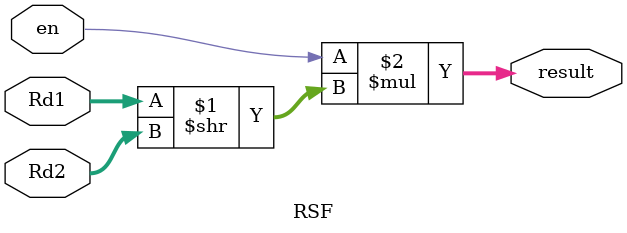
<source format=v>
`timescale 1ns / 1ps


module RSF(
    input en,
    input [3:0]Rd1,
    input [3:0]Rd2,
    output [3:0]result
    );
    
    assign result = en * (Rd1 >> Rd2);      // enable ½ÅÈ£ ÀÎ°¡½Ã, Rd1À» Rd2¸¸Å­ shift right

endmodule


</source>
